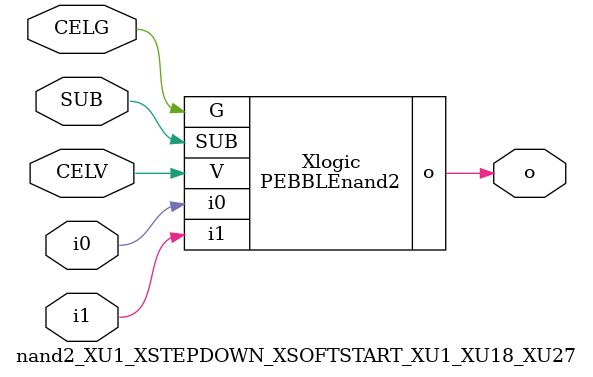
<source format=v>



module PEBBLEnand2 ( o, G, SUB, V, i0, i1 );

  input i0;
  input V;
  input i1;
  input G;
  output o;
  input SUB;
endmodule

//Celera Confidential Do Not Copy nand2_XU1_XSTEPDOWN_XSOFTSTART_XU1_XU18_XU27
//Celera Confidential Symbol Generator
//5V NAND2
module nand2_XU1_XSTEPDOWN_XSOFTSTART_XU1_XU18_XU27 (CELV,CELG,i0,i1,o,SUB);
input CELV;
input CELG;
input i0;
input i1;
input SUB;
output o;

//Celera Confidential Do Not Copy nand2
PEBBLEnand2 Xlogic(
.V (CELV),
.i0 (i0),
.i1 (i1),
.o (o),
.SUB (SUB),
.G (CELG)
);
//,diesize,PEBBLEnand2

//Celera Confidential Do Not Copy Module End
//Celera Schematic Generator
endmodule

</source>
